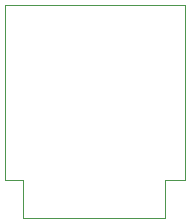
<source format=gm1>
G04 #@! TF.GenerationSoftware,KiCad,Pcbnew,8.0.1-8.0.1-1~ubuntu22.04.1*
G04 #@! TF.CreationDate,2024-05-09T18:35:14+02:00*
G04 #@! TF.ProjectId,FCK_SM-028_V1.3,46434b5f-534d-42d3-9032-385f56312e33,rev?*
G04 #@! TF.SameCoordinates,Original*
G04 #@! TF.FileFunction,Profile,NP*
%FSLAX46Y46*%
G04 Gerber Fmt 4.6, Leading zero omitted, Abs format (unit mm)*
G04 Created by KiCad (PCBNEW 8.0.1-8.0.1-1~ubuntu22.04.1) date 2024-05-09 18:35:14*
%MOMM*%
%LPD*%
G01*
G04 APERTURE LIST*
G04 #@! TA.AperFunction,Profile*
%ADD10C,0.100000*%
G04 #@! TD*
G04 APERTURE END LIST*
D10*
X131400000Y-98100000D02*
X129900000Y-98100000D01*
X129900000Y-98100000D02*
X129900000Y-83300000D01*
X143400000Y-98100000D02*
X143400000Y-101300000D01*
X145100000Y-83300000D02*
X145100000Y-98100000D01*
X129900000Y-83300000D02*
X145100000Y-83300000D01*
X143400000Y-101300000D02*
X131400000Y-101300000D01*
X131400000Y-101300000D02*
X131400000Y-98100000D01*
X145100000Y-98100000D02*
X143400000Y-98100000D01*
M02*

</source>
